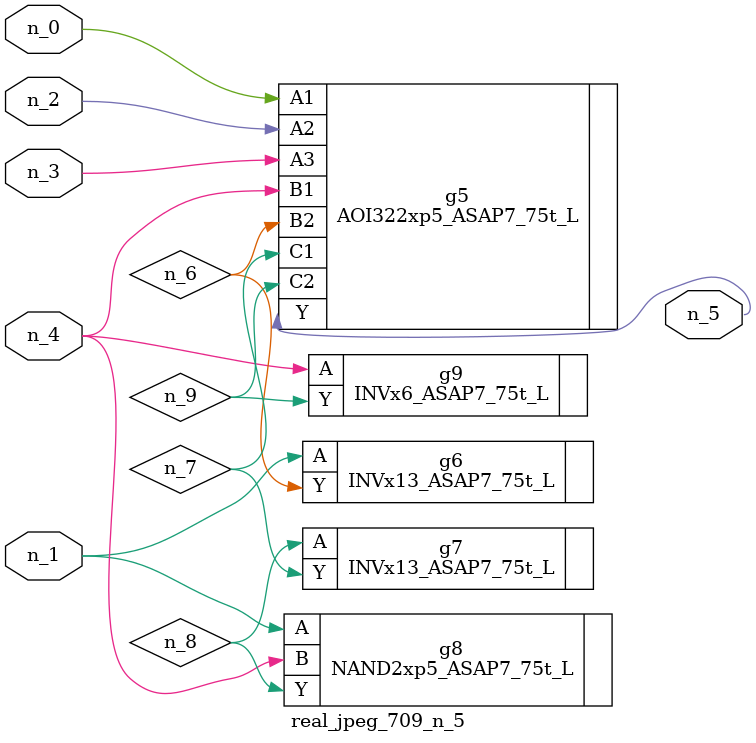
<source format=v>
module real_jpeg_709_n_5 (n_4, n_0, n_1, n_2, n_3, n_5);

input n_4;
input n_0;
input n_1;
input n_2;
input n_3;

output n_5;

wire n_8;
wire n_6;
wire n_7;
wire n_9;

AOI322xp5_ASAP7_75t_L g5 ( 
.A1(n_0),
.A2(n_2),
.A3(n_3),
.B1(n_4),
.B2(n_6),
.C1(n_7),
.C2(n_9),
.Y(n_5)
);

INVx13_ASAP7_75t_L g6 ( 
.A(n_1),
.Y(n_6)
);

NAND2xp5_ASAP7_75t_L g8 ( 
.A(n_1),
.B(n_4),
.Y(n_8)
);

INVx6_ASAP7_75t_L g9 ( 
.A(n_4),
.Y(n_9)
);

INVx13_ASAP7_75t_L g7 ( 
.A(n_8),
.Y(n_7)
);


endmodule
</source>
